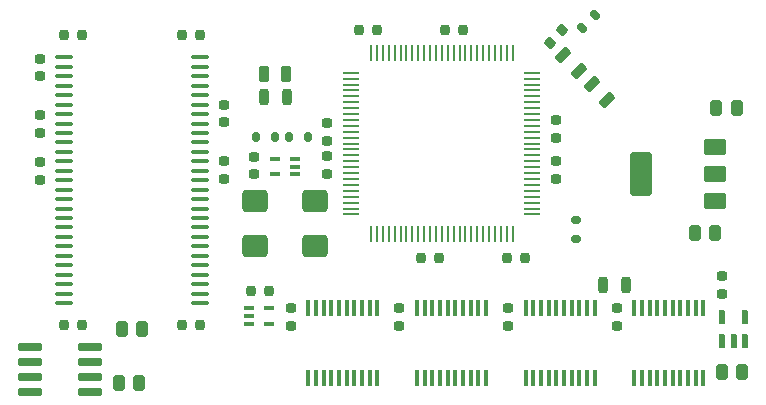
<source format=gtp>
G04 #@! TF.GenerationSoftware,KiCad,Pcbnew,7.0.10*
G04 #@! TF.CreationDate,2024-06-11T15:55:17-04:00*
G04 #@! TF.ProjectId,RAM2GS,52414d32-4753-42e6-9b69-6361645f7063,2.2*
G04 #@! TF.SameCoordinates,Original*
G04 #@! TF.FileFunction,Paste,Top*
G04 #@! TF.FilePolarity,Positive*
%FSLAX46Y46*%
G04 Gerber Fmt 4.6, Leading zero omitted, Abs format (unit mm)*
G04 Created by KiCad (PCBNEW 7.0.10) date 2024-06-11 15:55:17*
%MOMM*%
%LPD*%
G01*
G04 APERTURE LIST*
G04 Aperture macros list*
%AMRoundRect*
0 Rectangle with rounded corners*
0 $1 Rounding radius*
0 $2 $3 $4 $5 $6 $7 $8 $9 X,Y pos of 4 corners*
0 Add a 4 corners polygon primitive as box body*
4,1,4,$2,$3,$4,$5,$6,$7,$8,$9,$2,$3,0*
0 Add four circle primitives for the rounded corners*
1,1,$1+$1,$2,$3*
1,1,$1+$1,$4,$5*
1,1,$1+$1,$6,$7*
1,1,$1+$1,$8,$9*
0 Add four rect primitives between the rounded corners*
20,1,$1+$1,$2,$3,$4,$5,0*
20,1,$1+$1,$4,$5,$6,$7,0*
20,1,$1+$1,$6,$7,$8,$9,0*
20,1,$1+$1,$8,$9,$2,$3,0*%
G04 Aperture macros list end*
%ADD10RoundRect,0.192500X0.242500X-0.192500X0.242500X0.192500X-0.242500X0.192500X-0.242500X-0.192500X0*%
%ADD11RoundRect,0.192500X-0.192500X-0.242500X0.192500X-0.242500X0.192500X0.242500X-0.192500X0.242500X0*%
%ADD12RoundRect,0.192500X-0.242500X0.192500X-0.242500X-0.192500X0.242500X-0.192500X0.242500X0.192500X0*%
%ADD13RoundRect,0.092500X0.092500X-0.592500X0.092500X0.592500X-0.092500X0.592500X-0.092500X-0.592500X0*%
%ADD14RoundRect,0.250000X0.250000X0.425000X-0.250000X0.425000X-0.250000X-0.425000X0.250000X-0.425000X0*%
%ADD15RoundRect,0.250000X-0.250000X-0.425000X0.250000X-0.425000X0.250000X0.425000X-0.250000X0.425000X0*%
%ADD16RoundRect,0.280000X0.670000X0.420000X-0.670000X0.420000X-0.670000X-0.420000X0.670000X-0.420000X0*%
%ADD17RoundRect,0.285000X0.665000X1.565000X-0.665000X1.565000X-0.665000X-1.565000X0.665000X-1.565000X0*%
%ADD18RoundRect,0.200000X-0.477297X-0.194454X-0.194454X-0.477297X0.477297X0.194454X0.194454X0.477297X0*%
%ADD19RoundRect,0.200000X0.477297X0.194454X0.194454X0.477297X-0.477297X-0.194454X-0.194454X-0.477297X0*%
%ADD20RoundRect,0.080000X-0.380000X-0.080000X0.380000X-0.080000X0.380000X0.080000X-0.380000X0.080000X0*%
%ADD21RoundRect,0.099500X-0.625500X-0.099500X0.625500X-0.099500X0.625500X0.099500X-0.625500X0.099500X0*%
%ADD22RoundRect,0.288570X-0.773330X-0.673330X0.773330X-0.673330X0.773330X0.673330X-0.773330X0.673330X0*%
%ADD23RoundRect,0.080000X0.380000X0.080000X-0.380000X0.080000X-0.380000X-0.080000X0.380000X-0.080000X0*%
%ADD24RoundRect,0.192500X0.192500X0.242500X-0.192500X0.242500X-0.192500X-0.242500X0.192500X-0.242500X0*%
%ADD25RoundRect,0.057500X0.057500X-0.645000X0.057500X0.645000X-0.057500X0.645000X-0.057500X-0.645000X0*%
%ADD26RoundRect,0.057500X0.645000X-0.057500X0.645000X0.057500X-0.645000X0.057500X-0.645000X-0.057500X0*%
%ADD27RoundRect,0.162500X-0.862500X-0.162500X0.862500X-0.162500X0.862500X0.162500X-0.862500X0.162500X0*%
%ADD28RoundRect,0.137500X0.137500X-0.487500X0.137500X0.487500X-0.137500X0.487500X-0.137500X-0.487500X0*%
%ADD29RoundRect,0.200000X0.200000X0.475000X-0.200000X0.475000X-0.200000X-0.475000X0.200000X-0.475000X0*%
%ADD30RoundRect,0.150000X-0.150000X-0.275000X0.150000X-0.275000X0.150000X0.275000X-0.150000X0.275000X0*%
%ADD31RoundRect,0.150000X0.150000X0.275000X-0.150000X0.275000X-0.150000X-0.275000X0.150000X-0.275000X0*%
%ADD32RoundRect,0.224700X0.224700X0.437200X-0.224700X0.437200X-0.224700X-0.437200X0.224700X-0.437200X0*%
%ADD33RoundRect,0.200000X-0.200000X-0.475000X0.200000X-0.475000X0.200000X0.475000X-0.200000X0.475000X0*%
%ADD34RoundRect,0.150000X-0.275000X0.150000X-0.275000X-0.150000X0.275000X-0.150000X0.275000X0.150000X0*%
%ADD35RoundRect,0.150000X0.088388X-0.300520X0.300520X-0.088388X-0.088388X0.300520X-0.300520X0.088388X0*%
%ADD36RoundRect,0.192500X0.035355X-0.307591X0.307591X-0.035355X-0.035355X0.307591X-0.307591X0.035355X0*%
G04 APERTURE END LIST*
D10*
X51350000Y-107650000D03*
X51350000Y-106150000D03*
X51350000Y-102850000D03*
X51350000Y-101350000D03*
D11*
X53400000Y-99350000D03*
X54900000Y-99350000D03*
X63400000Y-123950000D03*
X64900000Y-123950000D03*
X63400000Y-99350000D03*
X64900000Y-99350000D03*
D12*
X66950000Y-110050000D03*
X66950000Y-111550000D03*
X66950000Y-105250000D03*
X66950000Y-106750000D03*
D10*
X51350000Y-111650000D03*
X51350000Y-110150000D03*
D11*
X53400000Y-123950000D03*
X54900000Y-123950000D03*
D12*
X100200000Y-122500000D03*
X100200000Y-124000000D03*
D13*
X92500000Y-128400000D03*
X93150000Y-128400000D03*
X93800000Y-128400000D03*
X94450000Y-128400000D03*
X95100000Y-128400000D03*
X95750000Y-128400000D03*
X96400000Y-128400000D03*
X97050000Y-128400000D03*
X97700000Y-128400000D03*
X98350000Y-128400000D03*
X98350000Y-122500000D03*
X97700000Y-122500000D03*
X97050000Y-122500000D03*
X96400000Y-122500000D03*
X95750000Y-122500000D03*
X95100000Y-122500000D03*
X94450000Y-122500000D03*
X93800000Y-122500000D03*
X93150000Y-122500000D03*
X92500000Y-122500000D03*
D12*
X91000000Y-122500000D03*
X91000000Y-124000000D03*
X81800000Y-122500000D03*
X81800000Y-124000000D03*
D13*
X101700000Y-128400000D03*
X102350000Y-128400000D03*
X103000000Y-128400000D03*
X103650000Y-128400000D03*
X104300000Y-128400000D03*
X104950000Y-128400000D03*
X105600000Y-128400000D03*
X106250000Y-128400000D03*
X106900000Y-128400000D03*
X107550000Y-128400000D03*
X107550000Y-122500000D03*
X106900000Y-122500000D03*
X106250000Y-122500000D03*
X105600000Y-122500000D03*
X104950000Y-122500000D03*
X104300000Y-122500000D03*
X103650000Y-122500000D03*
X103000000Y-122500000D03*
X102350000Y-122500000D03*
X101700000Y-122500000D03*
D12*
X72600000Y-122500000D03*
X72600000Y-124000000D03*
D13*
X83300000Y-128400000D03*
X83950000Y-128400000D03*
X84600000Y-128400000D03*
X85250000Y-128400000D03*
X85900000Y-128400000D03*
X86550000Y-128400000D03*
X87200000Y-128400000D03*
X87850000Y-128400000D03*
X88500000Y-128400000D03*
X89150000Y-128400000D03*
X89150000Y-122500000D03*
X88500000Y-122500000D03*
X87850000Y-122500000D03*
X87200000Y-122500000D03*
X86550000Y-122500000D03*
X85900000Y-122500000D03*
X85250000Y-122500000D03*
X84600000Y-122500000D03*
X83950000Y-122500000D03*
X83300000Y-122500000D03*
D14*
X59778000Y-128778000D03*
X58078000Y-128778000D03*
D15*
X109132000Y-127889000D03*
X110832000Y-127889000D03*
D16*
X108537000Y-113450000D03*
D17*
X102237000Y-111150000D03*
D16*
X108537000Y-111150000D03*
X108537000Y-108850000D03*
D15*
X108650000Y-105550000D03*
X110350000Y-105550000D03*
X106850000Y-116150000D03*
X108550000Y-116150000D03*
D18*
X95628249Y-101028249D03*
X96971751Y-102371751D03*
D19*
X99421751Y-104821751D03*
X98078249Y-103478249D03*
D20*
X69050000Y-122500000D03*
X69050000Y-123150000D03*
X69050000Y-123800000D03*
X70750000Y-123800000D03*
X70750000Y-122500000D03*
D13*
X74100000Y-128400000D03*
X74750000Y-128400000D03*
X75400000Y-128400000D03*
X76050000Y-128400000D03*
X76700000Y-128400000D03*
X77350000Y-128400000D03*
X78000000Y-128400000D03*
X78650000Y-128400000D03*
X79300000Y-128400000D03*
X79950000Y-128400000D03*
X79950000Y-122500000D03*
X79300000Y-122500000D03*
X78650000Y-122500000D03*
X78000000Y-122500000D03*
X77350000Y-122500000D03*
X76700000Y-122500000D03*
X76050000Y-122500000D03*
X75400000Y-122500000D03*
X74750000Y-122500000D03*
X74100000Y-122500000D03*
D21*
X53400000Y-101250000D03*
X53400000Y-102050000D03*
X53400000Y-102850000D03*
X53400000Y-103650000D03*
X53400000Y-104450000D03*
X53400000Y-105250000D03*
X53400000Y-106050000D03*
X53400000Y-106850000D03*
X53400000Y-107650000D03*
X53400000Y-108450000D03*
X53400000Y-109250000D03*
X53400000Y-110050000D03*
X53400000Y-110850000D03*
X53400000Y-111650000D03*
X53400000Y-112450000D03*
X53400000Y-113250000D03*
X53400000Y-114050000D03*
X53400000Y-114850000D03*
X53400000Y-115650000D03*
X53400000Y-116450000D03*
X53400000Y-117250000D03*
X53400000Y-118050000D03*
X53400000Y-118850000D03*
X53400000Y-119650000D03*
X53400000Y-120450000D03*
X53400000Y-121250000D03*
X53400000Y-122050000D03*
X64900000Y-122050000D03*
X64900000Y-121250000D03*
X64900000Y-120450000D03*
X64900000Y-119650000D03*
X64900000Y-118850000D03*
X64900000Y-118050000D03*
X64900000Y-117250000D03*
X64900000Y-116450000D03*
X64900000Y-115650000D03*
X64900000Y-114850000D03*
X64900000Y-114050000D03*
X64900000Y-113250000D03*
X64900000Y-112450000D03*
X64900000Y-111650000D03*
X64900000Y-110850000D03*
X64900000Y-110050000D03*
X64900000Y-109250000D03*
X64900000Y-108450000D03*
X64900000Y-107650000D03*
X64900000Y-106850000D03*
X64900000Y-106050000D03*
X64900000Y-105250000D03*
X64900000Y-104450000D03*
X64900000Y-103650000D03*
X64900000Y-102850000D03*
X64900000Y-102050000D03*
X64900000Y-101250000D03*
D22*
X69560000Y-117205000D03*
X74640000Y-117205000D03*
X74640000Y-113395000D03*
X69560000Y-113395000D03*
D23*
X72950000Y-111150000D03*
X72950000Y-110500000D03*
X72950000Y-109850000D03*
X71250000Y-109850000D03*
X71250000Y-111150000D03*
D10*
X69500000Y-111150000D03*
X69500000Y-109650000D03*
D15*
X58300000Y-124250000D03*
X60000000Y-124250000D03*
D24*
X70750000Y-121050000D03*
X69250000Y-121050000D03*
X79900000Y-98900000D03*
X78400000Y-98900000D03*
X87150000Y-98900000D03*
X85650000Y-98900000D03*
D12*
X95050000Y-106550000D03*
X95050000Y-108050000D03*
X95050000Y-110050000D03*
X95050000Y-111550000D03*
D11*
X83650000Y-118200000D03*
X85150000Y-118200000D03*
D12*
X75700000Y-109600000D03*
X75700000Y-111100000D03*
D11*
X90900000Y-118200000D03*
X92400000Y-118200000D03*
D10*
X75700000Y-108300000D03*
X75700000Y-106800000D03*
D25*
X79400000Y-116212500D03*
X79900000Y-116212500D03*
X80400000Y-116212500D03*
X80900000Y-116212500D03*
X81400000Y-116212500D03*
X81900000Y-116212500D03*
X82400000Y-116212500D03*
X82900000Y-116212500D03*
X83400000Y-116212500D03*
X83900000Y-116212500D03*
X84400000Y-116212500D03*
X84900000Y-116212500D03*
X85400000Y-116212500D03*
X85900000Y-116212500D03*
X86400000Y-116212500D03*
X86900000Y-116212500D03*
X87400000Y-116212500D03*
X87900000Y-116212500D03*
X88400000Y-116212500D03*
X88900000Y-116212500D03*
X89400000Y-116212500D03*
X89900000Y-116212500D03*
X90400000Y-116212500D03*
X90900000Y-116212500D03*
X91400000Y-116212500D03*
D26*
X93062500Y-114550000D03*
X93062500Y-114050000D03*
X93062500Y-113550000D03*
X93062500Y-113050000D03*
X93062500Y-112550000D03*
X93062500Y-112050000D03*
X93062500Y-111550000D03*
X93062500Y-111050000D03*
X93062500Y-110550000D03*
X93062500Y-110050000D03*
X93062500Y-109550000D03*
X93062500Y-109050000D03*
X93062500Y-108550000D03*
X93062500Y-108050000D03*
X93062500Y-107550000D03*
X93062500Y-107050000D03*
X93062500Y-106550000D03*
X93062500Y-106050000D03*
X93062500Y-105550000D03*
X93062500Y-105050000D03*
X93062500Y-104550000D03*
X93062500Y-104050000D03*
X93062500Y-103550000D03*
X93062500Y-103050000D03*
X93062500Y-102550000D03*
D25*
X91400000Y-100887500D03*
X90900000Y-100887500D03*
X90400000Y-100887500D03*
X89900000Y-100887500D03*
X89400000Y-100887500D03*
X88900000Y-100887500D03*
X88400000Y-100887500D03*
X87900000Y-100887500D03*
X87400000Y-100887500D03*
X86900000Y-100887500D03*
X86400000Y-100887500D03*
X85900000Y-100887500D03*
X85400000Y-100887500D03*
X84900000Y-100887500D03*
X84400000Y-100887500D03*
X83900000Y-100887500D03*
X83400000Y-100887500D03*
X82900000Y-100887500D03*
X82400000Y-100887500D03*
X81900000Y-100887500D03*
X81400000Y-100887500D03*
X80900000Y-100887500D03*
X80400000Y-100887500D03*
X79900000Y-100887500D03*
X79400000Y-100887500D03*
D26*
X77737500Y-102550000D03*
X77737500Y-103050000D03*
X77737500Y-103550000D03*
X77737500Y-104050000D03*
X77737500Y-104550000D03*
X77737500Y-105050000D03*
X77737500Y-105550000D03*
X77737500Y-106050000D03*
X77737500Y-106550000D03*
X77737500Y-107050000D03*
X77737500Y-107550000D03*
X77737500Y-108050000D03*
X77737500Y-108550000D03*
X77737500Y-109050000D03*
X77737500Y-109550000D03*
X77737500Y-110050000D03*
X77737500Y-110550000D03*
X77737500Y-111050000D03*
X77737500Y-111550000D03*
X77737500Y-112050000D03*
X77737500Y-112550000D03*
X77737500Y-113050000D03*
X77737500Y-113550000D03*
X77737500Y-114050000D03*
X77737500Y-114550000D03*
D27*
X50559000Y-125730000D03*
X50559000Y-127000000D03*
X50559000Y-128270000D03*
X50559000Y-129540000D03*
X55613000Y-129540000D03*
X55613000Y-128270000D03*
X55613000Y-127000000D03*
X55613000Y-125730000D03*
D28*
X109150000Y-125300000D03*
X110100000Y-125300000D03*
X111050000Y-125300000D03*
X111050000Y-123200000D03*
X109150000Y-123200000D03*
D10*
X109150000Y-121250000D03*
X109150000Y-119750000D03*
D29*
X100950000Y-120500000D03*
X99050000Y-120500000D03*
D30*
X72450000Y-107950000D03*
X74050000Y-107950000D03*
D31*
X71250000Y-107950000D03*
X69650000Y-107950000D03*
D32*
X72237500Y-102650000D03*
X70362500Y-102650000D03*
D33*
X70350000Y-104600000D03*
X72250000Y-104600000D03*
D34*
X96750000Y-115050000D03*
X96750000Y-116650000D03*
D35*
X97234315Y-98765685D03*
X98365685Y-97634315D03*
D36*
X94519670Y-100030330D03*
X95580330Y-98969670D03*
M02*

</source>
